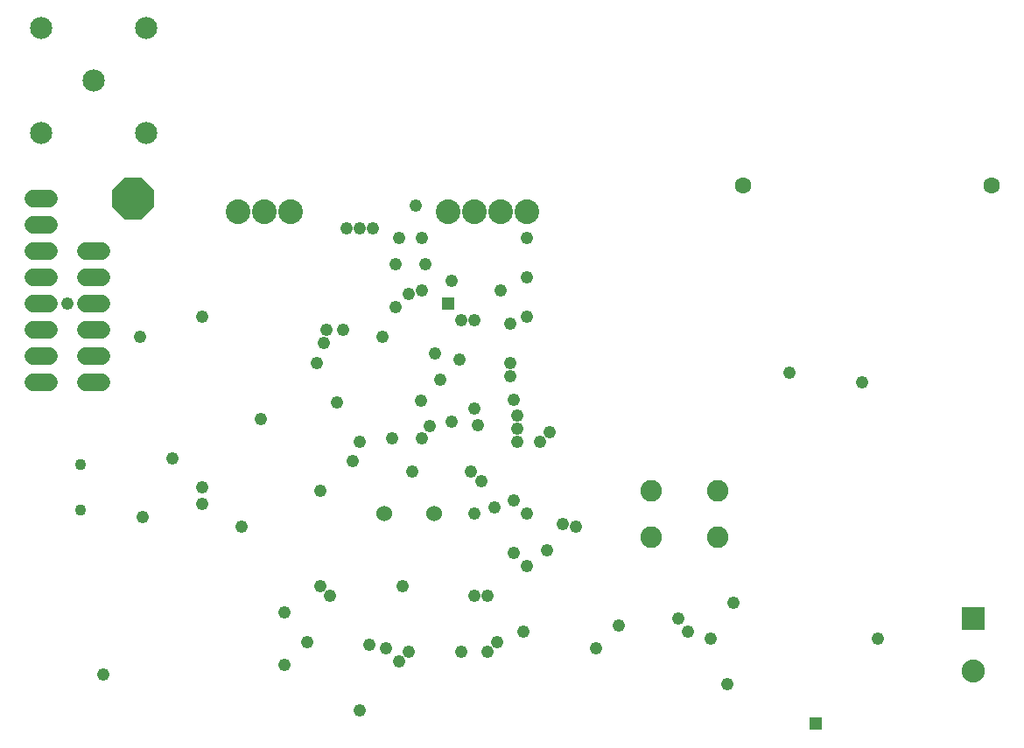
<source format=gbs>
G75*
%MOIN*%
%OFA0B0*%
%FSLAX25Y25*%
%IPPOS*%
%LPD*%
%AMOC8*
5,1,8,0,0,1.08239X$1,22.5*
%
%ADD10OC8,0.15800*%
%ADD11C,0.06800*%
%ADD12C,0.06000*%
%ADD13C,0.08200*%
%ADD14C,0.09400*%
%ADD15R,0.08800X0.08800*%
%ADD16C,0.08800*%
%ADD17C,0.08450*%
%ADD18C,0.04343*%
%ADD19C,0.06312*%
%ADD20C,0.04800*%
%ADD21C,0.04762*%
%ADD22R,0.04762X0.04762*%
D10*
X0051500Y0241500D03*
D11*
X0039500Y0221500D02*
X0033500Y0221500D01*
X0033500Y0211500D02*
X0039500Y0211500D01*
X0039500Y0201500D02*
X0033500Y0201500D01*
X0033500Y0191500D02*
X0039500Y0191500D01*
X0039500Y0181500D02*
X0033500Y0181500D01*
X0033500Y0171500D02*
X0039500Y0171500D01*
X0019500Y0171500D02*
X0013500Y0171500D01*
X0013500Y0181500D02*
X0019500Y0181500D01*
X0019500Y0191500D02*
X0013500Y0191500D01*
X0013500Y0201500D02*
X0019500Y0201500D01*
X0019500Y0211500D02*
X0013500Y0211500D01*
X0013500Y0221500D02*
X0019500Y0221500D01*
X0019500Y0231500D02*
X0013500Y0231500D01*
X0013500Y0241500D02*
X0019500Y0241500D01*
D12*
X0147000Y0121500D03*
X0166000Y0121500D03*
D13*
X0248700Y0112600D03*
X0248700Y0130400D03*
X0274300Y0130400D03*
X0274300Y0112600D03*
D14*
X0201500Y0236500D03*
X0191500Y0236500D03*
X0181500Y0236500D03*
X0171500Y0236500D03*
X0111500Y0236500D03*
X0101500Y0236500D03*
X0091500Y0236500D03*
D15*
X0371500Y0081500D03*
D16*
X0371500Y0061815D03*
D17*
X0056500Y0266500D03*
X0036500Y0286500D03*
X0016500Y0266500D03*
X0016500Y0306500D03*
X0056500Y0306500D03*
D18*
X0031500Y0140161D03*
X0031500Y0122839D03*
D19*
X0283862Y0246500D03*
X0378350Y0246500D03*
D20*
X0040250Y0060250D03*
X0109000Y0064000D03*
X0117750Y0072750D03*
X0109000Y0084000D03*
X0122750Y0094000D03*
X0126500Y0090250D03*
X0141500Y0071500D03*
X0147750Y0070250D03*
X0152750Y0065250D03*
X0156500Y0069000D03*
X0176500Y0069000D03*
X0186500Y0069000D03*
X0190250Y0072750D03*
X0200250Y0076500D03*
X0186500Y0090250D03*
X0181500Y0090250D03*
X0154000Y0094000D03*
X0181500Y0121500D03*
X0189000Y0124000D03*
X0184000Y0134000D03*
X0180250Y0137750D03*
X0197750Y0149000D03*
X0197750Y0154000D03*
X0197750Y0159000D03*
X0206500Y0149000D03*
X0210250Y0152750D03*
X0195250Y0174000D03*
X0195250Y0179000D03*
X0195250Y0194000D03*
X0191500Y0206500D03*
X0181500Y0195250D03*
X0176500Y0195250D03*
X0172750Y0210250D03*
X0162750Y0216500D03*
X0151500Y0216500D03*
X0152750Y0226500D03*
X0142750Y0230250D03*
X0137750Y0230250D03*
X0132750Y0230250D03*
X0159000Y0239000D03*
X0161500Y0206500D03*
X0156500Y0205250D03*
X0151500Y0200250D03*
X0146500Y0189000D03*
X0131500Y0191500D03*
X0125250Y0191500D03*
X0124000Y0186500D03*
X0121500Y0179000D03*
X0129000Y0164000D03*
X0137750Y0149000D03*
X0135250Y0141500D03*
X0122750Y0130250D03*
X0092750Y0116500D03*
X0077750Y0125250D03*
X0077750Y0131500D03*
X0066500Y0142750D03*
X0055250Y0120250D03*
X0100250Y0157750D03*
X0077750Y0196500D03*
X0054000Y0189000D03*
X0026500Y0201500D03*
X0150250Y0150250D03*
X0161500Y0150250D03*
X0164500Y0155000D03*
X0172750Y0156500D03*
X0182750Y0155250D03*
X0161000Y0164500D03*
X0168500Y0172700D03*
X0157750Y0137750D03*
X0209000Y0107750D03*
X0215250Y0117750D03*
X0220250Y0116500D03*
X0259000Y0081500D03*
X0262750Y0076500D03*
X0271500Y0074000D03*
X0280250Y0087750D03*
X0277750Y0056500D03*
X0236500Y0079000D03*
X0227750Y0070250D03*
X0137750Y0046500D03*
X0301500Y0175250D03*
X0329000Y0171500D03*
X0335250Y0074000D03*
D21*
X0201500Y0101500D03*
X0196500Y0106500D03*
X0201500Y0121500D03*
X0196500Y0126500D03*
X0181500Y0161500D03*
X0196500Y0165000D03*
X0175700Y0180200D03*
X0166500Y0182700D03*
X0201500Y0196500D03*
X0201500Y0211500D03*
X0201500Y0226500D03*
X0161500Y0226500D03*
D22*
X0171500Y0201500D03*
X0311500Y0041500D03*
M02*

</source>
